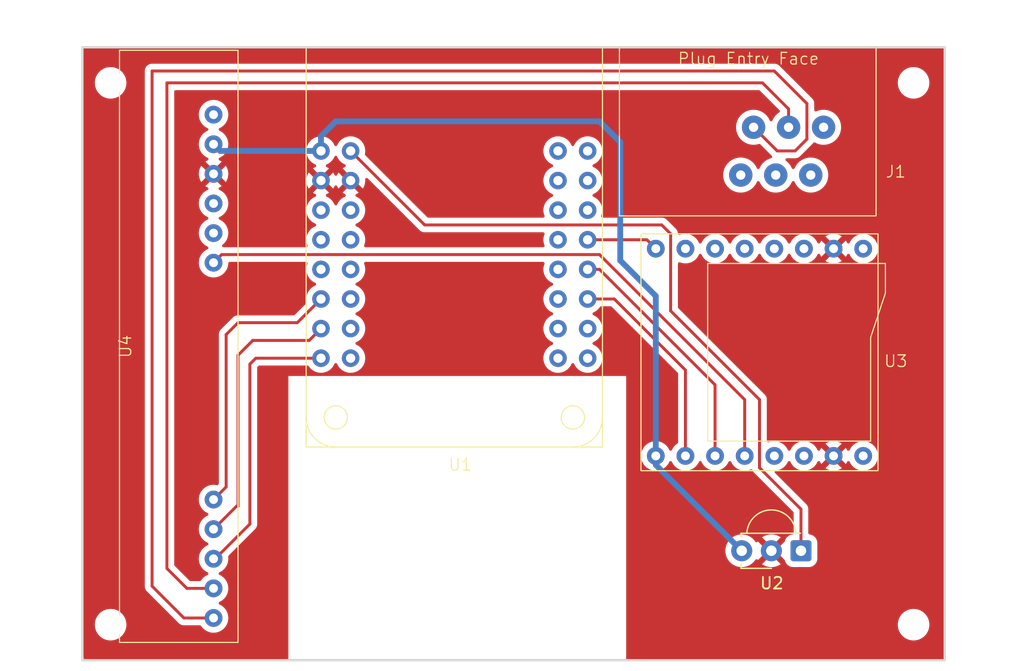
<source format=kicad_pcb>
(kicad_pcb (version 20241229) (generator "pcbnew") (generator_version "9.0")
  (layers (0 "F.Cu" signal) (2 "B.Cu" signal) (13 "F.Paste" user) (15 "B.Paste" user) (5 "F.SilkS" user "F.Silkscreen") (7 "B.SilkS" user "B.Silkscreen") (1 "F.Mask" user) (3 "B.Mask" user) (25 "Edge.Cuts" user))
  (net 0 "")
  (net 1 "GND")
  (net 2 "VDD")
  (net 3 "Net-(U3-DAC_R)")
  (net 12 "Net-(U1-GPIO5)")
  (net 16 "Net-(U1-GPIO37)")
  (net 17 "Net-(U1-GPIO35)")
  (net 18 "Net-(U1-GPIO39)")
  (net 24 "Net-(U1-GPIO7)")
  (net 28 "Net-(U1-GPIO15)")
  (net 46 "Net-(J1-Pin_2)")
  (net 47 "Net-(J1-Pin_3)")
  (net 49 "Net-(U1-GPIO9)")
  (footprint "BT Telephony Library:605A BT Female PCB Socket" (layer "F.Cu") (at 151.568 81.641)
    (property "Reference" "J1" (at 23.692 -3.79 0) (layer "F.SilkS") (effects (font (thickness 0.1))))
    (property "Value" "605A RH BT Female Socket")
    (fp_rect (start 0 -14.5) (end 22 0) (stroke (width 0.1)) (fill no) (layer "F.SilkS"))
    (fp_text user "Plug Entry Face" (at 4.95 -12.9 0) (layer "F.SilkS") (effects (font (thickness 0.1)) (justify left bottom)))
    (pad "1" thru_hole circle (at 17.5 -7.6) (size 2 2) (drill 0.8) (layers "*.Cu" "*.Mask"))
    (pad "2" thru_hole circle (at 14.5 -7.6) (size 2 2) (drill 0.8) (layers "*.Cu" "*.Mask") (net 46 "Net-(J1-Pin_2)"))
    (pad "3" thru_hole circle (at 11.5 -7.6) (size 2 2) (drill 0.8) (layers "*.Cu" "*.Mask") (net 47 "Net-(J1-Pin_3)"))
    (pad "4" thru_hole circle (at 16.4 -3.5) (size 2 2) (drill 0.8) (layers "*.Cu" "*.Mask"))
    (pad "5" thru_hole circle (at 13.4 -3.5) (size 2 2) (drill 0.8) (layers "*.Cu" "*.Mask"))
    (pad "6" thru_hole circle (at 10.4 -3.5) (size 2 2) (drill 0.8) (layers "*.Cu" "*.Mask"))
  )
  (footprint "Telephony:KS0835F" (layer "F.Cu") (at 116.77396 116.13896)
    (property "Reference" "U4" (at -7.55396 -23.30196 90) (layer "F.SilkS") (effects (font (thickness 0.1))))
    (property "Value" "KS0835F")
    (fp_rect (start -8.06196 -48.70196) (end 2.09804 2.09804) (stroke (width 0.1)) (fill no) (layer "F.SilkS"))
    (pad "1" thru_hole circle (at 0 0) (size 1.524 1.524) (drill 0.762) (layers "*.Cu" "*.Mask") (net 47 "Net-(J1-Pin_3)"))
    (pad "2" thru_hole circle (at 0 -2.54) (size 1.524 1.524) (drill 0.762) (layers "*.Cu" "*.Mask") (net 46 "Net-(J1-Pin_2)"))
    (pad "3" thru_hole circle (at 0 -5.08) (size 1.524 1.524) (drill 0.762) (layers "*.Cu" "*.Mask") (net 18 "Net-(U1-GPIO39)"))
    (pad "4" thru_hole circle (at 0 -7.62) (size 1.524 1.524) (drill 0.762) (layers "*.Cu" "*.Mask") (net 16 "Net-(U1-GPIO37)"))
    (pad "5" thru_hole circle (at 0 -10.16) (size 1.524 1.524) (drill 0.762) (layers "*.Cu" "*.Mask") (net 17 "Net-(U1-GPIO35)"))
    (pad "6" thru_hole circle (at 0 -30.48) (size 1.524 1.524) (drill 0.762) (layers "*.Cu" "*.Mask") (net 3 "Net-(U3-DAC_R)"))
    (pad "7" thru_hole circle (at 0 -33.02) (size 1.524 1.524) (drill 0.762) (layers "*.Cu" "*.Mask"))
    (pad "8" thru_hole circle (at 0 -35.56) (size 1.524 1.524) (drill 0.762) (layers "*.Cu" "*.Mask"))
    (pad "9" thru_hole circle (at 0 -38.1) (size 1.524 1.524) (drill 0.762) (layers "*.Cu" "*.Mask") (net 1 "GND"))
    (pad "10" thru_hole circle (at 0 -40.64) (size 1.524 1.524) (drill 0.762) (layers "*.Cu" "*.Mask") (net 2 "VDD"))
    (pad "11" thru_hole circle (at 0 -43.18) (size 1.524 1.524) (drill 0.762) (layers "*.Cu" "*.Mask"))
  )
  (footprint "Lolin S2 Mini:Lolin S2 Mini" (layer "F.Cu") (at 137.414 63.373 180)
    (property "Reference" "U1" (at -0.508 -39.624 0) (layer "F.SilkS") (effects (font (thickness 0.1))))
    (property "Value" "~" (hide yes))
    (fp_line (start 12.7 -38.1) (end 12.7 -3.8) (stroke (width 0.1)) (layer "F.SilkS"))
    (fp_line (start -12.7 -3.8) (end 12.7 -3.8) (stroke (width 0.1)) (layer "F.SilkS"))
    (fp_line (start -12.7 -38.1) (end 12.7 -38.1) (stroke (width 0.1)) (layer "F.SilkS"))
    (fp_line (start -12.7 -38.1) (end -12.7 -3.8) (stroke (width 0.1)) (layer "F.SilkS"))
    (fp_arc (start 10.16 -38.1) (mid 11.956051 -37.356051) (end 12.7 -35.56) (stroke (width 0.1)) (layer "F.SilkS"))
    (fp_arc (start -12.7 -35.56) (mid -11.956051 -37.356051) (end -10.16 -38.1) (stroke (width 0.1)) (layer "F.SilkS"))
    (fp_circle (center 10.16 -35.56) (end 11.16 -35.56) (stroke (width 0.1)) (fill no) (layer "F.SilkS"))
    (fp_circle (center -10.16 -35.56) (end -9.16 -35.56) (stroke (width 0.1)) (fill no) (layer "F.SilkS"))
    (pad "1" thru_hole circle (at -11.43 -30.48 180) (size 1.5 1.5) (drill 0.8) (layers "*.Cu" "*.Mask"))
    (pad "2" thru_hole circle (at -11.43 -27.94 180) (size 1.5 1.5) (drill 0.8) (layers "*.Cu" "*.Mask"))
    (pad "3" thru_hole circle (at -11.43 -25.4 180) (size 1.5 1.5) (drill 0.8) (layers "*.Cu" "*.Mask") (net 12 "Net-(U1-GPIO5)"))
    (pad "4" thru_hole circle (at -11.43 -22.86 180) (size 1.5 1.5) (drill 0.8) (layers "*.Cu" "*.Mask") (net 24 "Net-(U1-GPIO7)"))
    (pad "5" thru_hole circle (at -11.43 -20.32 180) (size 1.5 1.5) (drill 0.8) (layers "*.Cu" "*.Mask") (net 49 "Net-(U1-GPIO9)"))
    (pad "6" thru_hole circle (at -11.43 -17.78 180) (size 1.5 1.5) (drill 0.8) (layers "*.Cu" "*.Mask"))
    (pad "7" thru_hole circle (at -11.43 -15.24 180) (size 1.5 1.5) (drill 0.8) (layers "*.Cu" "*.Mask"))
    (pad "8" thru_hole circle (at -11.43 -12.7 180) (size 1.5 1.5) (drill 0.8) (layers "*.Cu" "*.Mask"))
    (pad "9" thru_hole circle (at -8.89 -30.48 180) (size 1.5 1.5) (drill 0.8) (layers "*.Cu" "*.Mask"))
    (pad "10" thru_hole circle (at -8.89 -27.94 180) (size 1.5 1.5) (drill 0.8) (layers "*.Cu" "*.Mask"))
    (pad "11" thru_hole circle (at -8.89 -25.4 180) (size 1.5 1.5) (drill 0.8) (layers "*.Cu" "*.Mask"))
    (pad "12" thru_hole circle (at -8.89 -22.86 180) (size 1.5 1.5) (drill 0.8) (layers "*.Cu" "*.Mask"))
    (pad "13" thru_hole circle (at -8.89 -20.32 180) (size 1.5 1.5) (drill 0.8) (layers "*.Cu" "*.Mask"))
    (pad "14" thru_hole circle (at -8.89 -17.78 180) (size 1.5 1.5) (drill 0.8) (layers "*.Cu" "*.Mask"))
    (pad "15" thru_hole circle (at -8.89 -15.24 180) (size 1.5 1.5) (drill 0.8) (layers "*.Cu" "*.Mask"))
    (pad "16" thru_hole circle (at -8.89 -12.7 180) (size 1.5 1.5) (drill 0.8) (layers "*.Cu" "*.Mask"))
    (pad "17" thru_hole circle (at 8.89 -30.48 180) (size 1.5 1.5) (drill 0.8) (layers "*.Cu" "*.Mask"))
    (pad "18" thru_hole circle (at 8.89 -27.94 180) (size 1.5 1.5) (drill 0.8) (layers "*.Cu" "*.Mask"))
    (pad "19" thru_hole circle (at 8.89 -25.4 180) (size 1.5 1.5) (drill 0.8) (layers "*.Cu" "*.Mask"))
    (pad "20" thru_hole circle (at 8.89 -22.86 180) (size 1.5 1.5) (drill 0.8) (layers "*.Cu" "*.Mask"))
    (pad "21" thru_hole circle (at 8.89 -20.32 180) (size 1.5 1.5) (drill 0.8) (layers "*.Cu" "*.Mask"))
    (pad "22" thru_hole circle (at 8.89 -17.78 180) (size 1.5 1.5) (drill 0.8) (layers "*.Cu" "*.Mask"))
    (pad "23" thru_hole circle (at 8.89 -15.24 180) (size 1.5 1.5) (drill 0.8) (layers "*.Cu" "*.Mask") (net 1 "GND"))
    (pad "24" thru_hole circle (at 8.89 -12.7 180) (size 1.5 1.5) (drill 0.8) (layers "*.Cu" "*.Mask") (net 28 "Net-(U1-GPIO15)"))
    (pad "25" thru_hole circle (at 11.43 -30.48 180) (size 1.5 1.5) (drill 0.8) (layers "*.Cu" "*.Mask") (net 18 "Net-(U1-GPIO39)"))
    (pad "26" thru_hole circle (at 11.43 -27.94 180) (size 1.5 1.5) (drill 0.8) (layers "*.Cu" "*.Mask") (net 16 "Net-(U1-GPIO37)"))
    (pad "27" thru_hole circle (at 11.43 -25.4 180) (size 1.5 1.5) (drill 0.8) (layers "*.Cu" "*.Mask") (net 17 "Net-(U1-GPIO35)"))
    (pad "28" thru_hole circle (at 11.43 -22.86 180) (size 1.5 1.5) (drill 0.8) (layers "*.Cu" "*.Mask"))
    (pad "29" thru_hole circle (at 11.43 -20.32 180) (size 1.5 1.5) (drill 0.8) (layers "*.Cu" "*.Mask"))
    (pad "30" thru_hole circle (at 11.43 -17.78 180) (size 1.5 1.5) (drill 0.8) (layers "*.Cu" "*.Mask"))
    (pad "31" thru_hole circle (at 11.43 -15.24 180) (size 1.5 1.5) (drill 0.8) (layers "*.Cu" "*.Mask") (net 1 "GND"))
    (pad "32" thru_hole circle (at 11.43 -12.7 180) (size 1.5 1.5) (drill 0.8) (layers "*.Cu" "*.Mask") (net 2 "VDD"))
  )
  (footprint "MountingHole:MountingHole_2.2mm_M2" (layer "F.Cu") (at 176.784 116.713)
    (property "Reference" "REF**" (hide yes))
    (property "Value" "MountingHole_2.2mm_M2")
    (pad "" np_thru_hole circle (at 0 0) (size 2.2 2.2) (drill 2.2) (layers "*.Cu" "*.Mask"))
  )
  (footprint "DFRobot:DFR0768-mp3-player" (layer "F.Cu") (at 163.576 93.345 -90)
    (property "Reference" "U3" (at 0.762 -11.684 0) (layer "F.SilkS") (effects (font (thickness 0.1))))
    (property "Value" "~")
    (fp_rect (start -10.16 -10.16) (end 10.16 10.16) (stroke (width 0.1)) (fill no) (layer "F.SilkS"))
    (fp_poly (pts (xy -7.62 -10.795) (xy -7.62 4.445) (xy 7.62 4.445) (xy 7.62 -9.525) (xy -1.27 -9.525) (xy -5.08 -10.795)) (stroke (width 0.1)) (fill no) (layer "F.SilkS"))
    (pad "1" thru_hole circle (at 8.89 8.89 270) (size 1.524 1.524) (drill 0.762) (layers "*.Cu" "*.Mask") (net 2 "VDD"))
    (pad "2" thru_hole circle (at 8.89 6.35 270) (size 1.524 1.524) (drill 0.762) (layers "*.Cu" "*.Mask") (net 12 "Net-(U1-GPIO5)"))
    (pad "3" thru_hole circle (at 8.89 3.81 270) (size 1.524 1.524) (drill 0.762) (layers "*.Cu" "*.Mask") (net 24 "Net-(U1-GPIO7)"))
    (pad "4" thru_hole circle (at 8.89 1.27 270) (size 1.524 1.524) (drill 0.762) (layers "*.Cu" "*.Mask") (net 3 "Net-(U3-DAC_R)"))
    (pad "5" thru_hole circle (at 8.89 -1.27 270) (size 1.524 1.524) (drill 0.762) (layers "*.Cu" "*.Mask"))
    (pad "6" thru_hole circle (at 8.89 -3.81 270) (size 1.524 1.524) (drill 0.762) (layers "*.Cu" "*.Mask"))
    (pad "7" thru_hole circle (at 8.89 -6.35 270) (size 1.524 1.524) (drill 0.762) (layers "*.Cu" "*.Mask") (net 1 "GND"))
    (pad "8" thru_hole circle (at 8.89 -8.89 270) (size 1.524 1.524) (drill 0.762) (layers "*.Cu" "*.Mask"))
    (pad "9" thru_hole circle (at -8.89 -8.89 270) (size 1.524 1.524) (drill 0.762) (layers "*.Cu" "*.Mask"))
    (pad "10" thru_hole circle (at -8.89 -6.35 270) (size 1.524 1.524) (drill 0.762) (layers "*.Cu" "*.Mask") (net 1 "GND"))
    (pad "11" thru_hole circle (at -8.89 -3.81 270) (size 1.524 1.524) (drill 0.762) (layers "*.Cu" "*.Mask"))
    (pad "12" thru_hole circle (at -8.89 -1.27 270) (size 1.524 1.524) (drill 0.762) (layers "*.Cu" "*.Mask"))
    (pad "13" thru_hole circle (at -8.89 1.27 270) (size 1.524 1.524) (drill 0.762) (layers "*.Cu" "*.Mask"))
    (pad "14" thru_hole circle (at -8.89 3.81 270) (size 1.524 1.524) (drill 0.762) (layers "*.Cu" "*.Mask"))
    (pad "15" thru_hole circle (at -8.89 6.35 270) (size 1.524 1.524) (drill 0.762) (layers "*.Cu" "*.Mask"))
    (pad "16" thru_hole circle (at -8.89 8.89 270) (size 1.524 1.524) (drill 0.762) (layers "*.Cu" "*.Mask") (net 49 "Net-(U1-GPIO9)"))
  )
  (footprint "MountingHole:MountingHole_2.2mm_M2" (layer "F.Cu") (at 176.784 70.231)
    (property "Reference" "REF**" (hide yes))
    (property "Value" "MountingHole_2.2mm_M2")
    (pad "" np_thru_hole circle (at 0 0) (size 2.2 2.2) (drill 2.2) (layers "*.Cu" "*.Mask"))
  )
  (footprint "MountingHole:MountingHole_2.2mm_M2" (layer "F.Cu") (at 107.95 70.231)
    (property "Reference" "REF**" (hide yes))
    (property "Value" "MountingHole_2.2mm_M2")
    (pad "" np_thru_hole circle (at 0 0) (size 2.2 2.2) (drill 2.2) (layers "*.Cu" "*.Mask"))
  )
  (footprint "MountingHole:MountingHole_2.2mm_M2" (layer "F.Cu") (at 107.95 116.713)
    (property "Reference" "REF**" (hide yes))
    (property "Value" "MountingHole_2.2mm_M2")
    (pad "" np_thru_hole circle (at 0 0) (size 2.2 2.2) (drill 2.2) (layers "*.Cu" "*.Mask"))
  )
  (footprint "OptoDevice:Vishay_MINICAST-3Pin" (layer "F.Cu") (at 167.132 110.372 180)
    (property "Reference" "U2" (at 2.5 -2.785 0) (layer "F.SilkS"))
    (property "Value" "TSOP38238")
    (fp_line (start 5.14 1.5) (end 0.05 1.5) (stroke (width 0.12)) (layer "F.SilkS"))
    (fp_line (start 5.14 1.16) (end 5.14 1.5) (stroke (width 0.12)) (layer "F.SilkS"))
    (fp_line (start 5.14 -1.16) (end 5.14 -1.51) (stroke (width 0.12)) (layer "F.SilkS"))
    (fp_line (start 5.14 -1.51) (end 2.54 -1.51) (stroke (width 0.12)) (layer "F.SilkS"))
    (fp_arc (start 4.64 1.5) (mid 2.540869 3.502379) (end 0.440083 1.501736) (stroke (width 0.12)) (layer "F.SilkS"))
    (pad "1" thru_hole roundrect (at 0 0 180) (size 1.8 1.8) (drill 0.9) (layers "*.Cu" "*.Mask") (roundrect_rratio 0.139) (net 28 "Net-(U1-GPIO15)"))
    (pad "2" thru_hole circle (at 2.54 0 180) (size 1.8 1.8) (drill 0.9) (layers "*.Cu" "*.Mask") (net 1 "GND"))
    (pad "3" thru_hole circle (at 5.08 0 180) (size 1.8 1.8) (drill 0.9) (layers "*.Cu" "*.Mask") (net 2 "VDD"))
  )
  (gr_rect (start 105.537 67.183) (end 179.451 119.761) (stroke (width 0.2)) (fill no) (layer "Edge.Cuts"))
  (segment (start 125.984 74.803) (end 125.984 76.073) (width 0.5) (layer "B.Cu") (net 2))
  (segment (start 154.686 102.235) (end 154.686 88.519) (width 0.5) (layer "B.Cu") (net 2))
  (segment (start 117.348 76.073) (end 116.77396 75.49896) (width 0.5) (layer "B.Cu") (net 2))
  (segment (start 162.052 110.372) (end 154.686 103.006) (width 0.5) (layer "B.Cu") (net 2))
  (segment (start 125.984 76.073) (end 117.348 76.073) (width 0.5) (layer "B.Cu") (net 2))
  (segment (start 154.686 88.519) (end 151.638 85.471) (width 0.5) (layer "B.Cu") (net 2))
  (segment (start 149.86 73.533) (end 127.254 73.533) (width 0.5) (layer "B.Cu") (net 2))
  (segment (start 154.686 103.006) (end 154.686 102.235) (width 0.25) (layer "B.Cu") (net 2))
  (segment (start 151.638 75.311) (end 149.86 73.533) (width 0.5) (layer "B.Cu") (net 2))
  (segment (start 127.254 73.533) (end 125.984 74.803) (width 0.5) (layer "B.Cu") (net 2))
  (segment (start 151.638 85.471) (end 151.638 75.311) (width 0.5) (layer "B.Cu") (net 2))
  (segment (start 117.46992 84.963) (end 116.77396 85.65896) (width 0.25) (layer "F.Cu") (net 3))
  (segment (start 162.306 102.235) (end 162.306 97.409) (width 0.25) (layer "F.Cu") (net 3))
  (segment (start 162.306 97.409) (end 149.86 84.963) (width 0.25) (layer "F.Cu") (net 3))
  (segment (start 149.86 84.963) (end 117.46992 84.963) (width 0.25) (layer "F.Cu") (net 3))
  (segment (start 151.13 88.773) (end 148.844 88.773) (width 0.25) (layer "F.Cu") (net 12))
  (segment (start 157.226 102.235) (end 157.226 94.869) (width 0.25) (layer "F.Cu") (net 12))
  (segment (start 157.226 94.869) (end 151.13 88.773) (width 0.25) (layer "F.Cu") (net 12))
  (segment (start 118.872 106.553) (end 118.872 93.599) (width 0.25) (layer "F.Cu") (net 16))
  (segment (start 120.142 92.329) (end 124.968 92.329) (width 0.25) (layer "F.Cu") (net 16))
  (segment (start 124.968 92.329) (end 125.984 91.313) (width 0.25) (layer "F.Cu") (net 16))
  (segment (start 118.872 93.599) (end 120.142 92.329) (width 0.25) (layer "F.Cu") (net 16))
  (segment (start 118.73992 106.553) (end 118.872 106.553) (width 0.25) (layer "F.Cu") (net 16))
  (segment (start 116.77396 108.51896) (end 118.73992 106.553) (width 0.25) (layer "F.Cu") (net 16))
  (segment (start 117.856 91.821) (end 118.872 90.805) (width 0.25) (layer "F.Cu") (net 17))
  (segment (start 118.872 90.805) (end 123.952 90.805) (width 0.25) (layer "F.Cu") (net 17))
  (segment (start 123.952 90.805) (end 125.984 88.773) (width 0.25) (layer "F.Cu") (net 17))
  (segment (start 117.856 104.89692) (end 117.856 91.821) (width 0.25) (layer "F.Cu") (net 17))
  (segment (start 116.77396 105.97896) (end 117.856 104.89692) (width 0.25) (layer "F.Cu") (net 17))
  (segment (start 120.396 93.853) (end 125.984 93.853) (width 0.25) (layer "F.Cu") (net 18))
  (segment (start 119.888 108.077) (end 119.888 94.361) (width 0.25) (layer "F.Cu") (net 18))
  (segment (start 116.90604 111.05896) (end 119.888 108.077) (width 0.25) (layer "F.Cu") (net 18))
  (segment (start 119.888 94.361) (end 120.396 93.853) (width 0.25) (layer "F.Cu") (net 18))
  (segment (start 159.766 102.235) (end 159.766 96.139) (width 0.25) (layer "F.Cu") (net 24))
  (segment (start 159.766 96.139) (end 149.86 86.233) (width 0.25) (layer "F.Cu") (net 24))
  (segment (start 149.86 86.233) (end 148.844 86.233) (width 0.25) (layer "F.Cu") (net 24))
  (segment (start 128.524 76.073) (end 134.874 82.423) (width 0.25) (layer "F.Cu") (net 28))
  (segment (start 155.194 82.423) (end 155.956 83.185) (width 0.25) (layer "F.Cu") (net 28))
  (segment (start 163.576 97.409) (end 163.576 103.251) (width 0.25) (layer "F.Cu") (net 28))
  (segment (start 163.576 103.251) (end 167.132 106.807) (width 0.25) (layer "F.Cu") (net 28))
  (segment (start 155.956 83.185) (end 155.956 89.789) (width 0.25) (layer "F.Cu") (net 28))
  (segment (start 167.132 106.807) (end 167.132 110.372) (width 0.25) (layer "F.Cu") (net 28))
  (segment (start 134.874 82.423) (end 155.194 82.423) (width 0.25) (layer "F.Cu") (net 28))
  (segment (start 155.956 89.789) (end 163.576 97.409) (width 0.25) (layer "F.Cu") (net 28))
  (segment (start 112.776 70.231) (end 163.83 70.231) (width 0.25) (layer "F.Cu") (net 46))
  (segment (start 116.77396 113.59896) (end 114.48796 113.59896) (width 0.25) (layer "F.Cu") (net 46))
  (segment (start 163.83 70.231) (end 166.068 72.469) (width 0.25) (layer "F.Cu") (net 46))
  (segment (start 112.776 111.887) (end 112.776 70.231) (width 0.25) (layer "F.Cu") (net 46))
  (segment (start 166.068 72.469) (end 166.068 74.041) (width 0.25) (layer "F.Cu") (net 46))
  (segment (start 114.48796 113.59896) (end 112.776 111.887) (width 0.25) (layer "F.Cu") (net 46))
  (segment (start 114.23396 116.13896) (end 116.77396 116.13896) (width 0.25) (layer "F.Cu") (net 47))
  (segment (start 163.068 74.041) (end 165.1 76.073) (width 0.25) (layer "F.Cu") (net 47))
  (segment (start 164.846 69.215) (end 111.506 69.215) (width 0.25) (layer "F.Cu") (net 47))
  (segment (start 111.506 69.215) (end 111.506 113.411) (width 0.25) (layer "F.Cu") (net 47))
  (segment (start 165.1 76.073) (end 166.624 76.073) (width 0.25) (layer "F.Cu") (net 47))
  (segment (start 167.64 75.057) (end 167.64 72.009) (width 0.25) (layer "F.Cu") (net 47))
  (segment (start 111.506 113.411) (end 114.23396 116.13896) (width 0.25) (layer "F.Cu") (net 47))
  (segment (start 167.64 72.009) (end 164.846 69.215) (width 0.25) (layer "F.Cu") (net 47))
  (segment (start 166.624 76.073) (end 167.64 75.057) (width 0.25) (layer "F.Cu") (net 47))
  (segment (start 153.924 83.693) (end 148.844 83.693) (width 0.25) (layer "F.Cu") (net 49))
  (segment (start 154.686 84.455) (end 153.924 83.693) (width 0.25) (layer "F.Cu") (net 49))
  (zone (net 1) (net_name "GND") (layer "F.Cu") (connect_pads (clearance 0.5)) (min_thickness 0.25) (fill yes (thermal_gap 0.5) (thermal_bridge_width 0.5))
    (polygon (pts (xy 105.664 67.183) (xy 179.474097 67.183) (xy 179.691361 119.761) (xy 152.146 119.761) (xy 152.146 95.377) (xy 123.19 95.377) (xy 123.19 119.934018) (xy 105.627977 119.679496) (xy 105.41 66.929)))
  )
)
</source>
